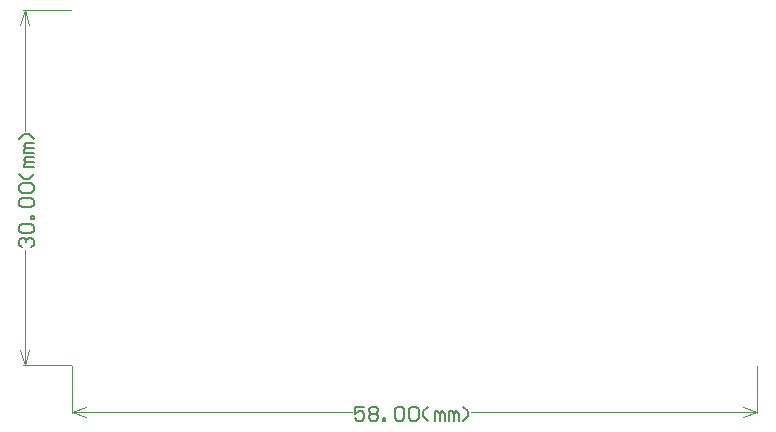
<source format=gm1>
G04*
G04 #@! TF.GenerationSoftware,Altium Limited,Altium Designer,22.4.2 (48)*
G04*
G04 Layer_Color=16711935*
%FSLAX25Y25*%
%MOIN*%
G70*
G04*
G04 #@! TF.SameCoordinates,3C072E9B-22AA-40BF-B50C-96CCD76C562D*
G04*
G04*
G04 #@! TF.FilePolarity,Positive*
G04*
G01*
G75*
%ADD31C,0.00394*%
%ADD32C,0.00600*%
D31*
X-17323Y4724D02*
X-15748Y0D01*
X-14173Y4724D01*
X-15748Y118110D02*
X-14173Y113386D01*
X-17323D02*
X-15748Y118110D01*
Y0D02*
Y38176D01*
Y77947D02*
Y118110D01*
X-16142Y0D02*
X-394D01*
X-16142Y118110D02*
X-394D01*
X0Y-15748D02*
X4724Y-14173D01*
X0Y-15748D02*
X4724Y-17323D01*
X223622D02*
X228346Y-15748D01*
X223622Y-14173D02*
X228346Y-15748D01*
X0D02*
X93294D01*
X133065D02*
X228346D01*
X0Y-16142D02*
Y-394D01*
X228346Y-16142D02*
Y-394D01*
D32*
X-16722Y39170D02*
X-17510Y39957D01*
Y41531D01*
X-16722Y42318D01*
X-15935D01*
X-15148Y41531D01*
Y40744D01*
Y41531D01*
X-14361Y42318D01*
X-13574D01*
X-12787Y41531D01*
Y39957D01*
X-13574Y39170D01*
X-16722Y43893D02*
X-17510Y44680D01*
Y46254D01*
X-16722Y47041D01*
X-13574D01*
X-12787Y46254D01*
Y44680D01*
X-13574Y43893D01*
X-16722D01*
X-12787Y48616D02*
X-13574D01*
Y49403D01*
X-12787D01*
Y48616D01*
X-16722Y52551D02*
X-17510Y53338D01*
Y54913D01*
X-16722Y55700D01*
X-13574D01*
X-12787Y54913D01*
Y53338D01*
X-13574Y52551D01*
X-16722D01*
Y57274D02*
X-17510Y58061D01*
Y59636D01*
X-16722Y60423D01*
X-13574D01*
X-12787Y59636D01*
Y58061D01*
X-13574Y57274D01*
X-16722D01*
X-12787Y63571D02*
X-14361Y61997D01*
X-15935D01*
X-17510Y63571D01*
X-12787Y65933D02*
X-15935D01*
Y66720D01*
X-15148Y67507D01*
X-12787D01*
X-15148D01*
X-15935Y68294D01*
X-15148Y69081D01*
X-12787D01*
Y70656D02*
X-15935D01*
Y71443D01*
X-15148Y72230D01*
X-12787D01*
X-15148D01*
X-15935Y73017D01*
X-15148Y73804D01*
X-12787D01*
Y75379D02*
X-14361Y76953D01*
X-15935D01*
X-17510Y75379D01*
X97437Y-13987D02*
X94288D01*
Y-16348D01*
X95862Y-15561D01*
X96649D01*
X97437Y-16348D01*
Y-17922D01*
X96649Y-18710D01*
X95075D01*
X94288Y-17922D01*
X99011Y-14774D02*
X99798Y-13987D01*
X101372D01*
X102160Y-14774D01*
Y-15561D01*
X101372Y-16348D01*
X102160Y-17135D01*
Y-17922D01*
X101372Y-18710D01*
X99798D01*
X99011Y-17922D01*
Y-17135D01*
X99798Y-16348D01*
X99011Y-15561D01*
Y-14774D01*
X99798Y-16348D02*
X101372D01*
X103734Y-18710D02*
Y-17922D01*
X104521D01*
Y-18710D01*
X103734D01*
X107669Y-14774D02*
X108457Y-13987D01*
X110031D01*
X110818Y-14774D01*
Y-17922D01*
X110031Y-18710D01*
X108457D01*
X107669Y-17922D01*
Y-14774D01*
X112392D02*
X113180Y-13987D01*
X114754D01*
X115541Y-14774D01*
Y-17922D01*
X114754Y-18710D01*
X113180D01*
X112392Y-17922D01*
Y-14774D01*
X118690Y-18710D02*
X117115Y-17135D01*
Y-15561D01*
X118690Y-13987D01*
X121051Y-18710D02*
Y-15561D01*
X121838D01*
X122625Y-16348D01*
Y-18710D01*
Y-16348D01*
X123412Y-15561D01*
X124200Y-16348D01*
Y-18710D01*
X125774D02*
Y-15561D01*
X126561D01*
X127348Y-16348D01*
Y-18710D01*
Y-16348D01*
X128135Y-15561D01*
X128922Y-16348D01*
Y-18710D01*
X130497D02*
X132071Y-17135D01*
Y-15561D01*
X130497Y-13987D01*
M02*

</source>
